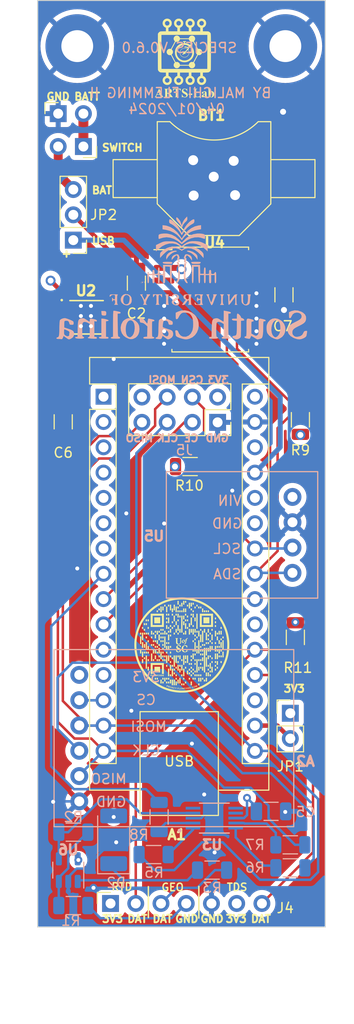
<source format=kicad_pcb>
(kicad_pcb (version 20221018) (generator pcbnew)
  (layers (0 "F.Cu" mixed "Single-GND-Front") (1 "In1.Cu" power "AGND Plane") (2 "In2.Cu" power "3V3 Power Plane") (31 "B.Cu" mixed "Single-GND-Back") (34 "B.Paste" user) (35 "F.Paste" user) (36 "B.SilkS" user "B.Silkscreen") (37 "F.SilkS" user "F.Silkscreen") (38 "B.Mask" user) (39 "F.Mask" user) (44 "Edge.Cuts" user))
  (net 0 "")
  (net 4 "GND")
  (net 8 "GEO_CS")
  (net 9 "CE")
  (net 10 "CSN")
  (net 11 "RTD")
  (net 12 "RTD_CS")
  (net 13 "SD_CS")
  (net 14 "MOSI")
  (net 15 "MISO")
  (net 16 "CLK")
  (net 17 "3V3")
  (net 18 "Net-(JP2-C)")
  (net 19 "EC_DATA")
  (net 23 "SDA")
  (net 24 "SCL")
  (net 28 "Net-(BT1-+)")
  (net 29 "BATT")
  (net 30 "Net-(D2-K)")
  (net 31 "GEOPHONE")
  (net 32 "GNDA")
  (net 33 "Net-(U3-AIN0)")
  (net 35 "Net-(U6--)")
  (net 37 "Net-(U3-SCLK)")
  (net 38 "Net-(U3-DIN)")
  (net 39 "Net-(U3-DOUT{slash}~{DRDY})")
  (net 40 "Net-(U3-~{CS})")
  (net 46 "Vtrig")
  (net 47 "Net-(A1-3V3)")
  (net 48 "+BATT")
  (net 50 "5V0")
  (footprint "Connector_PinSocket_2.54mm:PinSocket_2x04_P2.54mm_Vertical" (layer "F.Cu") (at 180.93 94.11 -90)
    (fp_text reference "J5" (at 2.79 3.35 -180) (layer "B.SilkS") (effects (justify mirror)))
    (fp_text value "Conn_02x04")
    (pad "1" thru_hole rect (at 0 0 270) (size 1.7 1.7) (drill 1) (layers "*.Cu" "*.Mask") (net 4 "GND"))
    (pad "2" thru_hole oval (at -2.54 0 270) (size 1.7 1.7) (drill 1) (layers "*.Cu" "*.Mask") (net 17 "3V3"))
    (pad "3" thru_hole oval (at 0 2.54 270) (size 1.7 1.7) (drill 1) (layers "*.Cu" "*.Mask") (net 9 "CE"))
    (pad "4" thru_hole oval (at -2.54 2.54 270) (size 1.7 1.7) (drill 1) (layers "*.Cu" "*.Mask") (net 10 "CSN"))
    (pad "5" thru_hole oval (at 0 5.08 270) (size 1.7 1.7) (drill 1) (layers "*.Cu" "*.Mask") (net 16 "CLK"))
    (pad "6" thru_hole oval (at -2.54 5.08 270) (size 1.7 1.7) (drill 1) (layers "*.Cu" "*.Mask") (net 14 "MOSI"))
    (pad "7" thru_hole oval (at 0 7.62 270) (size 1.7 1.7) (drill 1) (layers "*.Cu" "*.Mask") (net 15 "MISO"))
    (pad "8" thru_hole oval (at -2.54 7.62 270) (size 1.7 1.7) (drill 1) (layers "*.Cu" "*.Mask"))
  )
  (footprint "MountingHole:MountingHole_3.2mm_M3_Pad" (layer "F.Cu") (at 166.8 56.34)
    (fp_text reference "H1" hide)
    (fp_text value "MountingHole_Pad")
    (pad "1" thru_hole circle (at 0 0) (size 6.4 6.4) (drill 3.2) (layers "*.Cu" "*.Mask") (net 4 "GND"))
  )
  (footprint "Connector_PinSocket_2.54mm:PinSocket_1x07_P2.54mm_Horizontal" (layer "F.Cu") (at 170.15 142.412 90)
    (fp_text reference "J4" (at -0.462 17.59 180) (layer "F.SilkS"))
    (fp_text value "Conn_01x07_Female")
    (pad "1" thru_hole rect (at 0 0 90) (size 1.7 1.7) (drill 1) (layers "*.Cu" "*.Mask") (net 17 "3V3"))
    (pad "2" thru_hole oval (at 0 2.54 90) (size 1.7 1.7) (drill 1) (layers "*.Cu" "*.Mask") (net 11 "RTD"))
    (pad "3" thru_hole oval (at 0 5.08 90) (size 1.7 1.7) (drill 1) (layers "*.Cu" "*.Mask") (net 31 "GEOPHONE"))
    (pad "4" thru_hole oval (at 0 7.62 90) (size 1.7 1.7) (drill 1) (layers "*.Cu" "*.Mask") (net 32 "GNDA"))
    (pad "5" thru_hole oval (at 0 10.16 90) (size 1.7 1.7) (drill 1) (layers "*.Cu" "*.Mask") (net 4 "GND"))
    (pad "6" thru_hole oval (at 0 12.7 90) (size 1.7 1.7) (drill 1) (layers "*.Cu" "*.Mask") (net 17 "3V3"))
    (pad "7" thru_hole oval (at 0 15.24 90) (size 1.7 1.7) (drill 1) (layers "*.Cu" "*.Mask") (net 19 "EC_DATA"))
  )
  (footprint "Connector_PinSocket_2.54mm:PinSocket_1x02_P2.54mm_Horizontal" (layer "F.Cu") (at 164.88 63.118 90)
    (fp_text reference "J2" hide)
    (fp_text value "Conn_01x02" hide)
    (pad "1" thru_hole rect (at 0 0 90) (size 1.7 1.7) (drill 1) (layers "*.Cu" "*.Mask") (net 4 "GND"))
    (pad "2" thru_hole oval (at 0 2.54 90) (size 1.7 1.7) (drill 1) (layers "*.Cu" "*.Mask") (net 48 "+BATT"))
  )
  (footprint "Connector_PinHeader_2.54mm:PinHeader_1x02_P2.54mm_Vertical" (layer "F.Cu") (at 188.248 123.316)
    (fp_text reference "JP1" (at 0 5.334) (layer "F.SilkS"))
    (fp_text value "Jumper_2")
    (pad "1" thru_hole rect (at 0 0) (size 1.7 1.7) (drill 1) (layers "*.Cu" "*.Mask") (net 17 "3V3"))
    (pad "2" thru_hole oval (at 0 2.54) (size 1.7 1.7) (drill 1) (layers "*.Cu" "*.Mask") (net 47 "Net-(A1-3V3)"))
  )
  (footprint "kitest:battery_holder_10mm" (layer "F.Cu") (at 180.57 69.64)
    (fp_text reference "BT1" (at -0.254 -6.35 180) (layer "F.SilkS") (effects (font (thickness 0.25) bold)))
    (fp_text value "Battery_Cell")
    (pad "1" smd rect (at -8.255 0 270) (size 3.5 3.5) (layers "F.Cu" "F.Mask") (net 28 "Net-(BT1-+)"))
    (pad "1" smd rect (at 8.255 0 270) (size 3.5 3.5) (layers "F.Cu" "F.Mask") (net 28 "Net-(BT1-+)"))
    (pad "2" smd circle (at 0 0 270) (size 8 8) (layers "F.Cu" "F.Mask") (net 4 "GND"))
  )
  (footprint "kitest:ARTS_lab_logo" (layer "F.Cu") (at 177.58 57.53)
    (fp_text reference "G***" hide)
    (fp_text value "LOGO" hide)
  )
  (footprint "footprint:RH_8_1_ADI" (layer "F.Cu") (at 167.739 83.565)
    (fp_text reference "U2" (at -0.065 -2.667 unlocked) (layer "F.SilkS") (effects (font (thickness 0.25) bold)))
    (fp_text value "ADP124ARHZ-3.3-R7")
    (pad "1" smd rect (at -2.174999 -0.974999) (size 1.4112 0.4508) (layers "F.Cu" "F.Paste" "F.Mask") (net 17 "3V3"))
    (pad "2" smd rect (at -2.174999 -0.325001) (size 1.4112 0.4508) (layers "F.Cu" "F.Paste" "F.Mask") (net 17 "3V3"))
    (pad "3" smd rect (at -2.174999 0.325001) (size 1.4112 0.4508) (layers "F.Cu" "F.Paste" "F.Mask") (net 17 "3V3"))
    (pad "4" smd rect (at -2.174999 0.974999) (size 1.4112 0.4508) (layers "F.Cu" "F.Paste" "F.Mask") (net 4 "GND"))
    (pad "5" smd rect (at 2.174999 0.974999) (size 1.4112 0.4508) (layers "F.Cu" "F.Paste" "F.Mask") (net 18 "Net-(JP2-C)"))
    (pad "6" smd rect (at 2.174999 0.325001) (size 1.4112 0.4508) (layers "F.Cu" "F.Paste" "F.Mask"))
    (pad "7" smd rect (at 2.174999 -0.325001) (size 1.4112 0.4508) (layers "F.Cu" "F.Paste" "F.Mask") (net 18 "Net-(JP2-C)"))
    (pad "8" smd rect (at 2.174999 -0.974999) (size 1.4112 0.4508) (layers "F.Cu" "F.Paste" "F.Mask") (net 18 "Net-(JP2-C)"))
    (pad "EPAD" smd rect (at 0 0) (size 1.83 2.26) (layers "F.Cu" "F.Paste" "F.Mask") (net 4 "GND"))
  )
  (footprint "Resistor_SMD:R_1206_3216Metric" (layer "F.Cu") (at 189.264 93.852 90)
    (fp_text reference "R9" (at -3.048 0 180) (layer "F.SilkS"))
    (fp_text value "R_1kOhm")
    (pad "1" smd roundrect (at -1.4625 0 90) (size 1.125 1.75) (layers "F.Cu" "F.Paste" "F.Mask") (roundrect_rratio 0.222222) (net 17 "3V3"))
    (pad "2" smd roundrect (at 1.4625 0 90) (size 1.125 1.75) (layers "F.Cu" "F.Paste" "F.Mask") (roundrect_rratio 0.222222) (net 23 "SDA"))
  )
  (footprint "Connector_PinHeader_2.54mm:PinHeader_1x03_P2.54mm_Vertical" (layer "F.Cu") (at 166.404 75.818 180)
    (fp_text reference "JP2" (at -3.048 2.54) (layer "F.SilkS"))
    (fp_text value "Jumper_3")
    (pad "1" thru_hole rect (at 0 0 180) (size 1.7 1.7) (drill 1) (layers "*.Cu" "*.Mask") (net 50 "5V0"))
    (pad "2" thru_hole oval (at 0 2.54 180) (size 1.7 1.7) (drill 1) (layers "*.Cu" "*.Mask") (net 18 "Net-(JP2-C)"))
    (pad "3" thru_hole oval (at 0 5.08 180) (size 1.7 1.7) (drill 1) (layers "*.Cu" "*.Mask") (net 29 "BATT"))
  )
  (footprint "Capacitor_SMD:C_1206_3216Metric" (layer "F.Cu") (at 165.388 94.057 -90)
    (fp_text reference "C6" (at 3.097 0) (layer "F.SilkS"))
    (fp_text value "C_1uF")
    (pad "1" smd roundrect (at -1.475 0 270) (size 1.15 1.8) (layers "F.Cu" "F.Paste" "F.Mask") (roundrect_rratio 0.217391) (net 17 "3V3"))
    (pad "2" smd roundrect (at 1.475 0 270) (size 1.15 1.8) (layers "F.Cu" "F.Paste" "F.Mask") (roundrect_rratio 0.217391) (net 4 "GND"))
  )
  (footprint "Resistor_SMD:R_1206_3216Metric" (layer "F.Cu") (at 188.756 115.696 90)
    (fp_text reference "R11" (at -3.048 0.254) (layer "F.SilkS"))
    (fp_text value "R_10K")
    (pad "1" smd roundrect (at -1.4625 0 90) (size 1.125 1.75) (layers "F.Cu" "F.Paste" "F.Mask") (roundrect_rratio 0.222222) (net 11 "RTD"))
    (pad "2" smd roundrect (at 1.4625 0 90) (size 1.125 1.75) (layers "F.Cu" "F.Paste" "F.Mask") (roundrect_rratio 0.222222) (net 32 "GNDA"))
  )
  (footprint "Module:Arduino_Nano" (layer "F.Cu") (at 169.445 91.535)
    (fp_text reference "A1" (at 7.373 43.973) (layer "F.SilkS") (effects (font (thickness 0.25) bold)))
    (fp_text value "Arduino Nano")
    (fp_text user "USB" (at 7.62 36.607 unlocked) (layer "F.SilkS"))
    (pad "1" thru_hole rect (at 0 0) (size 1.6 1.6) (drill 1) (layers "*.Cu" "*.Mask"))
    (pad "2" thru_hole oval (at 0 2.54) (size 1.6 1.6) (drill 1) (layers "*.Cu" "*.Mask"))
    (pad "3" thru_hole oval (at 0 5.08) (size 1.6 1.6) (drill 1) (layers "*.Cu" "*.Mask"))
    (pad "4" thru_hole oval (at 0 7.62) (size 1.6 1.6) (drill 1) (layers "*.Cu" "*.Mask") (net 32 "GNDA"))
    (pad "5" thru_hole oval (at 0 10.16) (size 1.6 1.6) (drill 1) (layers "*.Cu" "*.Mask"))
    (pad "6" thru_hole oval (at 0 12.7) (size 1.6 1.6) (drill 1) (layers "*.Cu" "*.Mask"))
    (pad "7" thru_hole oval (at 0 15.24) (size 1.6 1.6) (drill 1) (layers "*.Cu" "*.Mask"))
    (pad "8" thru_hole oval (at 0 17.78) (size 1.6 1.6) (drill 1) (layers "*.Cu" "*.Mask") (net 8 "GEO_CS"))
    (pad "9" thru_hole oval (at 0 20.32) (size 1.6 1.6) (drill 1) (layers "*.Cu" "*.Mask") (net 9 "CE"))
    (pad "10" thru_hole oval (at 0 22.86) (size 1.6 1.6) (drill 1) (layers "*.Cu" "*.Mask") (net 10 "CSN"))
    (pad "11" thru_hole oval (at 0 25.4) (size 1.6 1.6) (drill 1) (layers "*.Cu" "*.Mask") (net 46 "Vtrig"))
    (pad "12" thru_hole oval (at 0 27.94) (size 1.6 1.6) (drill 1) (layers "*.Cu" "*.Mask") (net 12 "RTD_CS"))
    (pad "13" thru_hole oval (at 0 30.48) (size 1.6 1.6) (drill 1) (layers "*.Cu" "*.Mask") (net 13 "SD_CS"))
    (pad "14" thru_hole oval (at 0 33.02) (size 1.6 1.6) (drill 1) (layers "*.Cu" "*.Mask") (net 14 "MOSI"))
    (pad "15" thru_hole oval (at 0 35.56) (size 1.6 1.6) (drill 1) (layers "*.Cu" "*.Mask") (net 15 "MISO"))
    (pad "16" thru_hole oval (at 15.24 35.56) (size 1.6 1.6) (drill 1) (layers "*.Cu" "*.Mask") (net 16 "CLK"))
    (pad "17" thru_hole oval (at 15.24 33.02) (size 1.6 1.6) (drill 1) (layers "*.Cu" "*.Mask") (net 47 "Net-(A1-3V3)"))
    (pad "18" thru_hole oval (at 15.24 30.48) (size 1.6 1.6) (drill 1) (layers "*.Cu" "*.Mask") (net 17 "3V3"))
    (pad "19" thru_hole oval (at 15.24 27.94) (size 1.6 1.6) (drill 1) (layers "*.Cu" "*.Mask") (net 19 "EC_DATA"))
    (pad "20" thru_hole oval (at 15.24 25.4) (size 1.6 1.6) (drill 1) (layers "*.Cu" "*.Mask") (net 11 "RTD"))
    (pad "21" thru_hole oval (at 15.24 22.86) (size 1.6 1.6) (drill 1) (layers "*.Cu" "*.Mask"))
    (pad "22" thru_hole oval (at 15.24 20.32) (size 1.6 1.6) (drill 1) (layers "*.Cu" "*.Mask"))
    (pad "23" thru_hole oval (at 15.24 17.78) (size 1.6 1.6) (drill 1) (layers "*.Cu" "*.Mask") (net 23 "SDA"))
    (pad "24" thru_hole oval (at 15.24 15.24) (size 1.6 1.6) (drill 1) (layers "*.Cu" "*.Mask") (net 24 "SCL"))
    (pad "25" thru_hole oval (at 15.24 12.7) (size 1.6 1.6) (drill 1) (layers "*.Cu" "*.Mask"))
    (pad "26" thru_hole oval (at 15.24 10.16) (size 1.6 1.6) (drill 1) (layers "*.Cu" "*.Mask"))
    (pad "27" thru_hole oval (at 15.24 7.62) (size 1.6 1.6) (drill 1) (layers "*.Cu" "*.Mask") (net 50 "5V0"))
    (pad "28" thru_hole oval (at 15.24 5.08) (size 1.6 1.6) (drill 1) (layers "*.Cu" "*.Mask"))
    (pad "29" thru_hole oval (at 15.24 2.54) (size 1.6 1.6) (drill 1) (layers "*.Cu" "*.Mask") (net 4 "GND"))
    (pad "30" thru_hole oval (at 15.24 0) (size 1.6 1.6) (drill 1) (layers "*.Cu" "*.Mask"))
  )
  (footprint "Capacitor_SMD:C_1206_3216Metric" (layer "F.Cu") (at 172.754 80.136 90)
    (fp_text reference "C2" (at -3.048 0 180) (layer "F.SilkS"))
    (fp_text value "C_1uF")
    (pad "1" smd roundrect (at -1.475 0 90) (size 1.15 1.8) (layers "F.Cu" "F.Paste" "F.Mask") (roundrect_rratio 0.217391) (net 18 "Net-(JP2-C)"))
    (pad "2" smd roundrect (at 1.475 0 90) (size 1.15 1.8) (layers "F.Cu" "F.Paste" "F.Mask") (roundrect_rratio 0.217391) (net 4 "GND"))
  )
  (footprint "Package_SO:SOIC-16W_7.5x10.3mm_P1.27mm" (layer "F.Cu") (at 180.19 81.78)
    (fp_text reference "U4" (at 0.438 -5.708) (layer "F.SilkS") (effects (font (thickness 0.25) bold)))
    (fp_text value "DS3231M")
    (pad "1" smd roundrect (at -4.65 -4.445) (size 2.05 0.6) (layers "F.Cu" "F.Paste" "F.Mask"))
    (pad "2" smd roundrect (at -4.65 -3.175) (size 2.05 0.6) (layers "F.Cu" "F.Paste" "F.Mask") (net 17 "3V3"))
    (pad "3" smd roundrect (at -4.65 -1.905) (size 2.05 0.6) (layers "F.Cu" "F.Paste" "F.Mask"))
    (pad "4" smd roundrect (at -4.65 -0.635) (size 2.05 0.6) (layers "F.Cu" "F.Paste" "F.Mask"))
    (pad "5" smd roundrect (at -4.65 0.635) (size 2.05 0.6) (layers "F.Cu" "F.Paste" "F.Mask") (net 4 "GND"))
    (pad "6" smd roundrect (at -4.65 1.905) (size 2.05 0.6) (layers "F.Cu" "F.Paste" "F.Mask") (net 4 "GND"))
    (pad "7" smd roundrect (at -4.65 3.175) (size 2.05 0.6) (layers "F.Cu" "F.Paste" "F.Mask") (net 4 "GND"))
    (pad "8" smd roundrect (at -4.65 4.445) (size 2.05 0.6) (layers "F.Cu" "F.Paste" "F.Mask") (net 4 "GND"))
    (pad "9" smd roundrect (at 4.65 4.445) (size 2.05 0.6) (layers "F.Cu" "F.Paste" "F.Mask") (net 4 "GND"))
    (pad "10" smd roundrect (at 4.65 3.175) (size 2.05 0.6) (layers "F.Cu" "F.Paste" "F.Mask") (net 4 "GND"))
    (pad "11" smd roundrect (at 4.65 1.905) (size 2.05 0.6) (layers "F.Cu" "F.Paste" "F.Mask") (net 4 "GND"))
    (pad "12" smd roundrect (at 4.65 0.635) (size 2.05 0.6) (layers "F.Cu" "F.Paste" "F.Mask") (net 4 "GND"))
    (pad "13" smd roundrect (at 4.65 -0.635) (size 2.05 0.6) (layers "F.Cu" "F.Paste" "F.Mask") (net 4 "GND"))
    (pad "14" smd roundrect (at 4.65 -1.905) (size 2.05 0.6) (layers "F.Cu" "F.Paste" "F.Mask") (net 28 "Net-(BT1-+)"))
    (pad "15" smd roundrect (at 4.65 -3.175) (size 2.05 0.6) (layers "F.Cu" "F.Paste" "F.Mask") (net 23 "SDA"))
    (pad "16" smd roundrect (at 4.65 -4.445) (size 2.05 0.6) (layers "F.Cu" "F.Paste" "F.Mask") (net 24 "SCL"))
  )
  (footprint "Connector_PinSocket_2.54mm:PinSocket_1x02_P2.54mm_Horizontal" (layer "F.Cu") (at 167.42 66.42 -90)
    (fp_text reference "J3" hide)
    (fp_text value "Conn_01x02")
    (pad "1" thru_hole rect (at 0 0 270) (size 1.7 1.7) (drill 1) (layers "*.Cu" "*.Mask") (net 48 "+BATT"))
    (pad "2" thru_hole oval (at 0 2.54 270) (size 1.7 1.7) (drill 1) (layers "*.Cu" "*.Mask") (net 29 "BATT"))
  )
  (footprint "MountingHole:MountingHole_3.2mm_M3_Pad" (layer "F.Cu") (at 187.75 56.34)
    (fp_text reference "H2" hide)
    (fp_text value "MountingHole_Pad")
    (pad "1" thru_hole circle (at 0 0) (size 6.4 6.4) (drill 3.2) (layers "*.Cu" "*.Mask") (net 4 "GND"))
  )
  (footprint "Capacitor_SMD:C_1206_3216Metric" (layer "F.Cu") (at 187.61 81.306 90)
    (fp_text reference "C7" (at -3.148 -0.124 180) (layer "F.SilkS"))
    (fp_text value "C_0.1uF")
    (pad "1" smd roundrect (at -1.475 0 90) (size 1.15 1.8) (layers "F.Cu" "F.Paste" "F.Mask") (roundrect_rratio 0.217391) (net 4 "GND"))
    (pad "2" smd roundrect (at 1.475 0 90) (size 1.15 1.8) (layers "F.Cu" "F.Paste" "F.Mask") (roundrect_rratio 0.217391) (net 28 "Net-(BT1-+)"))
  )
  (footprint "Resistor_SMD:R_1206_3216Metric" (layer "F.Cu") (at 178.16 98.55)
    (fp_text reference "R10" (at -0.072 1.906) (layer "F.SilkS"))
    (fp_text value "R_1kOhm")
    (pad "1" smd roundrect (at -1.4625 0) (size 1.125 1.75) (layers "F.Cu" "F.Paste" "F.Mask") (roundrect_rratio 0.222222) (net 17 "3V3"))
    (pad "2" smd roundrect (at 1.4625 0) (size 1.125 1.75) (layers "F.Cu" "F.Paste" "F.Mask") (roundrect_rratio 0.222222) (net 24 "SCL"))
  )
  (footprint "kitest:uofsc_logo_1in" (layer "B.Cu") (at 177.326 79.628 180)
    (fp_text reference "G***" hide)
    (fp_text value "LOGO" hide)
  )
  (footprint "kitest:qrCode" (layer "B.Cu") (at 177.326 116.458 180)
    (fp_text reference "G***" hide)
    (fp_text value "LOGO" hide)
  )
  (footprint "kitest:SD Module" (layer "B.Cu") (at 178.435 135.972 180)
    (fp_text reference "A2" (at -11.337 7.83) (layer "B.SilkS") (effects (font (thickness 0.25) bold) (justify mirror)))
    (fp_text value "SD_Card_Module")
    (fp_text user "3V3" (at 4.699 16.288) (layer "B.SilkS") (effects (justify mirror)))
    (fp_text user "CLK" (at 4.699 8.922) (layer "B.SilkS") (effects (justify mirror)))
    (fp_text user "MOSI" (at 4.445 11.303) (layer "B.SilkS") (effects (justify mirror)))
    (fp_text user "CS" (at 4.699 14.002) (layer "B.SilkS") (effects (justify mirror)))
    (fp_text user "MISO" (at 8.475 6.052) (layer "B.SilkS") (effects (justify mirror)))
    (fp_text user "GND" (at 8.221 3.766) (layer "B.SilkS") (effects (justify mirror)))
    (pad "1" thru_hole circle (at 11.43 16.51 180) (size 1.8 1.8) (drill 1) (layers "*.Cu" "*.Mask") (net 17 "3V3"))
    (pad "2" thru_hole circle (at 11.43 13.97 180) (size 1.8 1.8) (drill 1) (layers "*.Cu" "*.Mask") (net 13 "SD_CS"))
    (pad "3" thru_hole circle (at 11.43 11.43 180) (size 1.8 1.8) (drill 1) (layers "*.Cu" "*.Mask") (net 14 "MOSI"))
    (pad "4" thru_hole circle (at 11.43 8.89 180) (size 1.8 1.8) (drill 1) (layers "*.Cu" "*.Mask") (net 16 "CLK"))
    (pad "5" thru_hole circle (at 11.43 6.35 180) (size 1.8 1.8) (drill 1) (layers "*.Cu" "*.Mask") (net 15 "MISO"))
    (pad "6" thru_hole circle (at 11.43 3.81 180) (size 1.8 1.8) (drill 1) (layers "*.Cu" "*.Mask") (net 4 "GND"))
  )
  (footprint "Resistor_SMD:R_1206_3216Metric" (layer "B.Cu") (at 166.404 135.254)
    (fp_text reference "R2" (at 0 -1.524) (layer "B.SilkS") (effects (justify mirror)))
    (fp_text value "R_32k")
    (pad "1" smd roundrect (at -1.4625 0) (size 1.125 1.75) (layers "B.Cu" "B.Paste" "B.Mask") (roundrect_rratio 0.222222) (net 33 "Net-(U3-AIN0)"))
    (pad "2" smd roundrect (at 1.4625 0) (size 1.125 1.75) (layers "B.Cu" "B.Paste" "B.Mask") (roundrect_rratio 0.222222) (net 35 "Net-(U6--)"))
  )
  (footprint "Resistor_SMD:R_1206_3216Metric" (layer "B.Cu") (at 174.4875 137.5025)
    (fp_text reference "R5" (at 0.0445 1.8155) (layer "B.SilkS") (effects (justify mirror)))
    (fp_text value "R_50")
    (pad "1" smd roundrect (at -1.4625 0) (size 1.125 1.75) (layers "B.Cu" "B.Paste" "B.Mask") (roundrect_rratio 0.222222) (net 16 "CLK"))
    (pad "2" smd roundrect (at 1.4625 0) (size 1.125 1.75) (layers "B.Cu" "B.Paste" "B.Mask") (roundrect_rratio 0.222222) (net 37 "Net-(U3-SCLK)"))
  )
  (footprint "kitest:ADS1118_10VSSOP" (layer "B.Cu") (at 180.6 133.8425)
    (fp_text reference "U3" (at -0.226 2.6815) (layer "B.SilkS") (effects (font (thickness 0.25) bold) (justify mirror)))
    (fp_text value "ADS1118IDGS")
    (pad "1" smd roundrect (at -2.15 1) (size 1.47 0.28) (layers "B.Cu" "B.Paste" "B.Mask") (roundrect_rratio 0.04) (net 37 "Net-(U3-SCLK)"))
    (pad "2" smd roundrect (at -2.15 0.5) (size 1.47 0.28) (layers "B.Cu" "B.Paste" "B.Mask") (roundrect_rratio 0.04) (net 40 "Net-(U3-~{CS})"))
    (pad "3" smd roundrect (at -2.15 0) (size 1.47 0.28) (layers "B.Cu" "B.Paste" "B.Mask") (roundrect_rratio 0.04) (net 4 "GND"))
    (pad "4" smd roundrect (at -2.15 -0.5) (size 1.47 0.28) (layers "B.Cu" "B.Paste" "B.Mask") (roundrect_rratio 0.04) (net 33 "Net-(U3-AIN0)"))
    (pad "5" smd roundrect (at -2.15 -1) (size 1.47 0.28) (layers "B.Cu" "B.Paste" "B.Mask") (roundrect_rratio 0.04))
    (pad "6" smd roundrect (at 2.15 -1) (size 1.47 0.28) (layers "B.Cu" "B.Paste" "B.Mask") (roundrect_rratio 0.04))
    (pad "7" smd roundrect (at 2.15 -0.5) (size 1.47 0.28) (layers "B.Cu" "B.Paste" "B.Mask") (roundrect_rratio 0.04))
    (pad "8" smd roundrect (at 2.15 0) (size 1.47 0.28) (layers "B.Cu" "B.Paste" "B.Mask") (roundrect_rratio 0.04) (net 17 "3V3"))
    (pad "9" smd roundrect (at 2.15 0.5) (size 1.47 0.28) (layers "B.Cu" "B.Paste" "B.Mask") (roundrect_rratio 0.04) (net 39 "Net-(U3-DOUT{slash}~{DRDY})"))
    (pad "10" smd roundrect (at 2.15 1) (size 1.47 0.28) (layers "B.Cu" "B.Paste" "B.Mask") (roundrect_rratio 0.04) (net 38 "Net-(U3-DIN)"))
  )
  (footprint "Package_TO_SOT_SMD:SOT-23-5" (layer "B.Cu") (at 165.896 139.064 90)
    (fp_text reference "U6" (at 2.032 0 180) (layer "B.SilkS") (effects (font (thickness 0.25) bold) (justify mirror)))
    (fp_text value "LM321")
    (pad "1" smd roundrect (at -1.1375 0.95 90) (size 1.325 0.6) (layers "B.Cu" "B.Paste" "B.Mask") (net 30 "Net-(D2-K)"))
    (pad "2" smd roundrect (at -1.1375 0 90) (size 1.325 0.6) (layers "B.Cu" "B.Paste" "B.Mask") (net 4 "GND"))
    (pad "3" smd roundrect (at -1.1375 -0.95 90) (size 1.325 0.6) (layers "B.Cu" "B.Paste" "B.Mask") (net 35 "Net-(U6--)"))
    (pad "4" smd roundrect (at 1.1375 -0.95 90) (size 1.325 0.6) (layers "B.Cu" "B.Paste" "B.Mask") (net 33 "Net-(U3-AIN0)"))
    (pad "5" smd roundrect (at 1.1375 0.95 90) (size 1.325 0.6) (layers "B.Cu" "B.Paste" "B.Mask") (net 17 "3V3"))
  )
  (footprint "kitest:BME260" (layer "B.Cu") (at 183.388 105.41)
    (fp_text reference "U5" (at -8.856 0.126 180) (layer "B.SilkS") (effects (font (thickness 0.25) bold) (justify mirror)))
    (fp_text value "BME260")
    (fp_text user "VIN" (at -1.236 -3.43 180) (layer "B.SilkS") (effects (justify mirror)))
    (fp_text user "GND" (at -1.49 -1.144 180) (layer "B.SilkS") (effects (justify mirror)))
    (fp_text user "SDA" (at -1.49 3.936 180) (layer "B.SilkS") (effects (justify mirror)))
    (fp_text user "SCL" (at -1.49 1.396 180) (layer "B.SilkS") (effects (justify mirror)))
    (pad "10" thru_hole circle (at 5.08 -1.27) (size 1.8 1.8) (drill 1) (layers "*.Cu" "*.Mask") (net 4 "GND"))
    (pad "11" thru_hole circle (at 5.08 1.27) (size 1.8 1.8) (drill 1) (layers "*.Cu" "*.Mask") (net 24 "SCL"))
    (pad "12" thru_hole circle (at 5.08 3.81) (size 1.8 1.8) (drill 1) (layers "*.Cu" "*.Mask") (net 23 "SDA"))
    (pad "13" thru_hole circle (at 5.08 -3.81) (size 1.8 1.8) (drill 1) (layers "*.Cu" "*.Mask") (net 17 "3V3"))
  )
  (footprint "Resistor_SMD:R_1206_3216Metric" (layer "B.Cu") (at 180.374 139.064 180)
    (fp_text reference "R3" (at 0 -1.778) (layer "B.SilkS") (effects (justify mirror)))
    (fp_text value "R_100")
    (pad "1" smd roundrect (at -1.4625 0 180) (size 1.125 1.75) (layers "B.Cu" "B.Paste" "B.Mask") (roundrect_rratio 0.222222) (net 31 "GEOPHONE"))
    (pad "2" smd roundrect (at 1.4625 0 180) (size 1.125 1.75) (layers "B.Cu" "B.Paste" "B.Mask") (roundrect_rratio 0.222222) (net 30 "Net-(D2-K)"))
  )
  (footprint "Capacitor_SMD:C_1206_3216Metric" (layer "B.Cu") (at 186.31 133.1625)
    (fp_text reference "C5" (at 3.462 0.0595) (layer "B.SilkS") (effects (justify mirror)))
    (fp_text value "C_0.1uF")
    (pad "1" smd roundrect (at -1.475 0) (size 1.15 1.8) (layers "B.Cu" "B.Paste" "B.Mask") (roundrect_rratio 0.217391) (net 17 "3V3"))
    (pad "2" smd roundrect (at 1.475 0) (size 1.15 1.8) (layers "B.Cu" "B.Paste" "B.Mask") (roundrect_rratio 0.217391) (net 4 "GND"))
  )
  (footprint "Resistor_SMD:R_1206_3216Metric" (layer "B.Cu") (at 175.04 133.73 -90)
    (fp_text reference "R8" (at 1.778 2.032) (layer "B.SilkS") (effects (justify mirror)))
    (fp_text value "R_50")
    (pad "1" smd roundrect (at -1.4625 0 270) (size 1.125 1.75) (layers "B.Cu" "B.Paste" "B.Mask") (roundrect_rratio 0.222222) (net 8 "GEO_CS"))
    (pad "2" smd roundrect (at 1.4625 0 270) (size 1.125 1.75) (layers "B.Cu" "B.Paste" "B.Mask") (roundrect_rratio 0.222222) (net 40 "Net-(U3-~{CS})"))
  )
  (footprint "Resistor_SMD:R_1206_3216Metric" (layer "B.Cu") (at 188.258 138.834 180)
    (fp_text reference "R6" (at 3.566 0.024) (layer "B.SilkS") (effects (justify mirror)))
    (fp_text value "R_50")
    (pad "1" smd roundrect (at -1.4625 0 180) (size 1.125 1.75) (layers "B.Cu" "B.Paste" "B.Mask") (roundrect_rratio 0.222222) (net 14 "MOSI"))
    (pad "2" smd roundrect (at 1.4625 0 180) (size 1.125 1.75) (layers "B.Cu" "B.Paste" "B.Mask") (roundrect_rratio 0.222222) (net 38 "Net-(U3-DIN)"))
  )
  (footprint "Diode_SMD:D_MELF" (layer "B.Cu") (at 170.468 136.016 90)
    (fp_text reference "D2" (at -4.318 0.254 180) (layer "B.SilkS") (effects (justify mirror)))
    (fp_text value "SMZ1_770mV")
    (pad "1" smd roundrect (at -2.4 0 90) (size 1.5 2.7) (layers "B.Cu" "B.Paste" "B.Mask") (roundrect_rratio 0.1666666667) (net 30 "Net-(D2-K)"))
    (pad "2" smd roundrect (at 2.4 0 90) (size 1.5 2.7) (layers "B.Cu" "B.Paste" "B.Mask") (roundrect_rratio 0.1666666667) (net 32 "GNDA"))
  )
  (footprint "Resistor_SMD:R_1206_3216Metric" (layer "B.Cu") (at 166.404 142.62)
    (fp_text reference "R1" (at -0.254 1.524 180) (layer "B.SilkS") (effects (justify mirror)))
    (fp_text value "R_7.5K")
    (pad "1" smd roundrect (at -1.4625 0) (size 1.125 1.75) (layers "B.Cu" "B.Paste" "B.Mask") (roundrect_rratio 0.222222) (net 35 "Net-(U6--)"))
    (pad "2" smd roundrect (at 1.4625 0) (size 1.125 1.75) (layers "B.Cu" "B.Paste" "B.Mask") (roundrect_rratio 0.222222) (net 32 "GNDA"))
  )
  (footprint "Resistor_SMD:R_1206_3216Metric" (layer "B.Cu") (at 188.248 136.524 180)
    (fp_text reference "R7" (at 3.556 0) (layer "B.SilkS") (effects (justify mirror)))
    (fp_text value "R_50")
    (pad "1" smd roundrect (at -1.4625 0 180) (size 1.125 1.75) (layers "B.Cu" "B.Paste" "B.Mask") (roundrect_rratio 0.222222) (net 15 "MISO"))
    (pad "2" smd roundrect (at 1.4625 0 180) (size 1.125 1.75) (layers "B.Cu" "B.Paste" "B.Mask") (roundrect_rratio 0.222222) (net 39 "Net-(U3-DOUT{slash}~{DRDY})"))
  )
  (gr_line (start 179.04 143.872) (end 179.04 140.7) (stroke (width 0.15)) (layer "F.SilkS"))
  (gr_line (start 173.96 143.83) (end 173.96 140.72) (stroke (width 0.15)) (layer "F.SilkS"))
  (gr_rect (start 162.814 51.76) (end 191.77 144.78) (stroke (width 0.1)) (fill none) (layer "Edge.Cuts"))
  (gr_text "MOSI" (at 176.818 90.296) (layer "B.SilkS") (effects (font (size 0.75 0.75) (thickness 0.1875) bold) (justify left bottom mirror)))
  (gr_text "CSN" (at 179.612 90.296) (layer "B.SilkS") (effects (font (size 0.75 0.75) (thickness 0.1875) bold) (justify left bottom mirror)))
  (gr_text "CE" (at 179.104 96.138) (layer "B.SilkS") (effects (font (size 0.75 0.75) (thickness 0.1875) bold) (justify left bottom mirror)))
  (gr_text "BY MALICHI FLEMMING II \n04/01/2024" (at 176.818 61.848) (layer "B.SilkS") (effects (font (size 1 1)) (justify mirror)))
  (gr_text "3V3" (at 182.152 90.296) (layer "B.SilkS") (effects (font (size 0.75 0.75) (thickness 0.1875) bold) (justify left bottom mirror)))
  (gr_text "MISO" (at 174.532 96.138) (layer "B.SilkS") (effects (font (size 0.75 0.75) (thickness 0.1875) bold) (justify left bottom mirror)))
  (gr_text "SPECIES V0.6.0" (at 177.072 56.514) (layer "B.SilkS") (effects (font (size 1 1)) (justify mirror)))
  (gr_text "GND" (at 182.152 96.138) (layer "B.SilkS") (effects (font (size 0.75 0.75) (thickness 0.1875) bold) (justify left bottom mirror)))
  (gr_text "CLK" (at 177.072 96.138) (layer "B.SilkS") (effects (font (size 0.75 0.75) (thickness 0.1875) bold) (justify left bottom mirror)))
  (gr_text "GND" (at 163.61 61.848) (layer "F.SilkS") (effects (font (size 0.75 0.75) (thickness 0.1875) bold) (justify left bottom)))
  (gr_text "DAT" (at 184.184 144.398) (layer "F.SilkS") (effects (font (size 0.75 0.75) (thickness 0.1875) bold) (justify left bottom)))
  (gr_text "3V3" (at 181.644 144.398) (layer "F.SilkS") (effects (font (size 0.75 0.75) (thickness 0.1875) bold) (justify left bottom)))
  (gr_text "DAT" (at 174.278 144.398) (layer "F.SilkS") (effects (font (size 0.75 0.75) (thickness 0.1875) bold) (justify left bottom)))
  (gr_text "BATT" (at 166.404 61.848) (layer "F.SilkS") (effects (font (size 0.75 0.75) (thickness 0.1875) bold) (justify left bottom)))
  (gr_text "BAT" (at 168.182 71.246) (layer "F.SilkS") (effects (font (size 0.75 0.75) (thickness 0.1875) bold) (justify left bottom)))
  (gr_text "RTD" (at 171.29 140.74) (layer "F.SilkS") (effects (font (size 0.75 0.75))))
  (gr_text "GEO" (at 176.4 140.79) (layer "F.SilkS") (effects (font (size 0.75 0.75))))
  (gr_text "+" (at 165.134 77.596) (layer "F.SilkS") (effects (font (size 0.75 0.75) (thickness 0.1875) bold) (justify left bottom)))
  (gr_text "DAT" (at 171.738 144.398) (layer "F.SilkS") (effects (font (size 0.75 0.75) (thickness 0.1875) bold) (justify left bottom)))
  (gr_text "3V3" (at 187.486 121.284) (layer "F.SilkS") (effects (font (size 0.75 0.75) (thickness 0.1875) bold) (justify left bottom)))
  (gr_text "3V3" (at 169.198 144.398) (layer "F.SilkS") (effects (font (size 0.75 0.75) (thickness 0.1875) bold) (justify left bottom)))
  (gr_text "GND" (at 176.564 144.398) (layer "F.SilkS") (effects (font (size 0.75 0.75) (thickness 0.1875) bold) (justify left bottom)))
  (gr_text "SWITCH" (at 169.198 66.975) (layer "F.SilkS") (effects (font (size 0.75 0.75) (thickness 0.1875) bold) (justify left bottom)))
  (gr_text "GND" (at 179.104 144.398) (layer "F.SilkS") (effects (font (size 0.75 0.75) (thickness 0.1875) bold) (justify left bottom)))
  (gr_text "USB" (at 168.182 76.326) (layer "F.SilkS") (effects (font (size 0.75 0.75) (thickness 0.1875) bold) (justify left bottom)))
  (gr_text "TDS" (at 182.89 140.78) (layer "F.SilkS") (effects (font (size 0.75 0.75))))
  (segment (start 175.54 82.415) (end 175.54 86.225) (width 0.25) (layer "F.Cu") (net 4))
  (segment (start 184.84 81.145) (end 184.84 86.225) (width 0.25) (layer "F.Cu") (net 4))
  (segment (start 170.468 87.756) (end 167.739 85.027) (width 0.25) (layer "F.Cu") (net 4))
  (segment (start 167.739 85.027) (end 167.739 83.565) (width 0.25) (layer "F.Cu") (net 4))
  (via (at 184.84 83.692) (size 0.7) (drill 0.4) (layers "F.Cu" "B.Cu") (net 4))
  (via (at 180.628 137.286) (size 0.8) (drill 0.4) (layers "F.Cu" "B.Cu") (net 4))
  (via (at 164.372 132.206) (size 0.8) (drill 0.4) (layers "F.Cu" "B.Cu") (net 4))
  (via (at 182.69 71.3) (size 1.4) (drill 1) (layers "F.Cu" "B.Cu") (net 4))
  (via (at 178.52 71.34) (size 1.4) (drill 1) (layers "F.Cu" "B.Cu") (net 4))
  (via (at 168.182 83.438) (size 0.7) (drill 0.4) (layers "F.Cu" "B.Cu") (net 4))
  (via (at 178.47 67.79) (size 1.4) (drill 1) (layers "F.Cu" "B.Cu") (net 4))
  (via (at 171.738 103.25) (size 0.8) (drill 0.4) (layers "F.Cu" "B.Cu") (net 4))
  (via (at 168.182 84.454) (size 0.7) (drill 0.4) (layers "F.Cu" "B.Cu") (net 4))
  (via (at 184.84 81.152) (size 0.7) (drill 0.4) (layers "F.Cu" "B.Cu") (net 4))
  (via (at 184.84 84.962) (size 0.7) (drill 0.4) (layers "F.Cu" "B.Cu") (net 4))
  (via (at 187.61 82.83) (size 1) (drill 0.6) (layers "F.Cu" "B.Cu") (net 4))
  (via (at 167.166 82.422) (size 0.7) (drill 0.4) (layers "F.Cu" "B.Cu") (net 4))
  (via (at 184.84 86.225) (size 0.7) (drill 0.4) (layers "F.Cu" "B.Cu") (net 4))
  (via (at 166.8 108.78) (size 0.8) (drill 0.4) (layers "F.Cu" "B.Cu") (net 4))
  (via (at 168.182 82.422) (size 0.7) (drill 0.4) (layers "F.Cu" "B.Cu") (net 4))
  (via (at 184.84 82.422) (size 0.7) (drill 0.4) (layers "F.Cu" "B.Cu") (net 4))
  (via (at 182.55 67.86) (size 1.4) (drill 1) (layers "F.Cu" "B.Cu") (net 4))
  (via (at 175.548 104.266) (size 0.8) (drill 0.4) (layers "F.Cu" "B.Cu") (net 4))
  (via (at 175.548 84.962) (size 0.7) (drill 0.4) (layers "F.Cu" "B.Cu") (net 4))
  (via (at 187.52 62.93) (size 1) (drill 0.6) (layers "F.Cu" "B.Cu") (net 4))
  (via (at 180.54 69.45) (size 1.4) (drill 1) (layers "F.Cu" "B.Cu") (net 4))
  (via (at 175.54 86.225) (size 0.7) (drill 0.4) (layers "F.Cu" "B.Cu") (net 4))
  (via (at 175.548 83.692) (size 0.7) (drill 0.4) (layers "F.Cu" "B.Cu") (net 4))
  (via (at 175.548 82.422) (size 0.7) (drill 0.4) (layers "F.Cu" "B.Cu") (net 4))
  (via (at 172.246 123.062) (size 0.8) (drill 0.4) (layers "F.Cu" "B.Cu") (net 4))
  (via (at 179.58 131.47) (size 0.8) (drill 0.4) (layers "F.Cu" "B.Cu") (net 4))
  (via (at 168.436 140.842) (size 0.8) (drill 0.4) (layers "F.Cu" "B.Cu") (net 4))
  (via (at 170.468 87.756) (size 0.8) (drill 0.4) (layers "F.Cu" "B.Cu") (net 4))
  (via (at 170.722 136.27) (size 0.8) (drill 0.4) (layers "F.Cu" "B.Cu") (net 4))
  (via (at 182.406 100.964) (size 0.8) (drill 0.4) (layers "F.Cu" "B.Cu") (net 4))
  (via (at 178.342 126.364) (size 0.8) (drill 0.4) (layers "F.Cu" "B.Cu") (net 4))
  (via (at 187.74 133.222) (size 0.8) (drill 0.4) (layers "F.Cu" "B.Cu") (net 4))
  (via (at 167.166 83.438) (size 0.7) (drill 0.4) (layers "F.Cu" "B.Cu") (net 4))
  (via (at 167.166 84.454) (size 0.7) (drill 0.4) (layers "F.Cu" "B.Cu") (net 4))
  (segment (start 170.722 136.27) (end 170.200827 136.27) (width 0.25) (layer "B.Cu") (net 4))
  (segment (start 170.200827 136.27) (end 167.556827 138.914) (width 0.25) (layer "B.Cu") (net 4))
  (segment (start 179.278059 133.8425) (end 179.58 133.540559) (width 0.25) (layer "B.Cu") (net 4))
  (segment (start 164.416 132.162) (end 167.005 132.162) (width 0.25) (layer "B.Cu") (net 4))
  (segment (start 179.58 133.540559) (end 179.58 131.47) (width 0.25) (layer "B.Cu") (net 4))
  (segment (start 164.372 132.206) (end 164.416 132.162) (width 0.25) (layer "B.Cu") (net 4))
  (segment (start 178.45 133.8425) (end 179.278059 133.8425) (width 0.25) (layer "B.Cu") (net 4))
  (segment (start 167.556827 138.914) (end 166.737 138.914) (width 0.25) (layer "B.Cu") (net 4))
  (segment (start 165.896 139.755) (end 165.896 140.2015) (width 0.25) (layer "B.Cu") (net 4))
  (segment (start 166.737 138.914) (end 165.896 139.755) (width 0.25) (layer "B.Cu") (net 4))
  (segment (start 166.467 130.937) (end 164.18 128.65) (width 0.25) (layer "B.Cu") (net 8))
  (segment (start 164.18 114.58) (end 169.445 109.315) (width 0.25) (layer "B.Cu") (net 8))
  (segment (start 164.18 128.65) (end 164.18 114.58) (width 0.25) (layer "B.Cu") (net 8))
  (segment (start 173.7095 130.937) (end 166.467 130.937) (width 0.25) (layer "B.Cu") (net 8))
  (segment (start 175.04 132.2675) (end 173.7095 130.937) (width 0.25) (layer "B.Cu") (net 8))
  (segment (start 177.576 94.11) (end 178.39 94.11) (width 0.25) (layer "F.Cu") (net 9))
  (segment (start 173.897 107.403) (end 173.897 97.789) (width 0.25) (layer "F.Cu") (net 9))
  (segment (start 173.897 97.789) (end 177.576 94.11) (width 0.25) (layer "F.Cu") (net 9))
  (segment (start 169.445 111.855) (end 173.897 107.403) (width 0.25) (layer "F.Cu") (net 9))
  (segment (start 178.14 105.7) (end 169.445 114.395) (width 0.25) (layer "F.Cu") (net 10))
  (segment (start 179.565 96.375) (end 178.14 97.8) (width 0.25) (layer "F.Cu") (net 10))
  (segment (start 178.39 91.57) (end 179.565 92.745) (width 0.25) (layer "F.Cu") (net 10))
  (segment (start 179.565 92.745) (end 179.565 96.375) (width 0.25) (layer "F.Cu") (net 10))
  (segment (start 178.14 97.8) (end 178.14 105.7) (width 0.25) (layer "F.Cu") (net 10))
  (segment (start 188.6635 116.935) (end 188.756 117.0275) (width 0.25) (layer "F.Cu") (net 11))
  (segment (start 172.69 142.412) (end 172.69 128.93) (width 0.25) (layer "F.Cu") (net 11))
  (segment (start 172.69 128.93) (end 184.685 116.935) (width 0.25) (layer "F.Cu") (net 11))
  (segment (start 184.685 116.935) (end 188.6635 116.935) (width 0.25) (layer "F.Cu") (net 11))
  (segment (start 167.018 122.015) (end 167.005 122.002) (width 0.25) (layer "B.Cu") (net 13))
  (segment (start 169.445 122.015) (end 167.018 122.015) (width 0.25) (layer "B.Cu") (net 13))
  (segment (start 171.341701 97.74) (end 174.64 94.441701) (width 0.25) (layer "F.Cu") (net 14))
  (segment (start 169.445 124.555) (end 167.825588 124.555) (width 0.25) (layer "F.Cu") (net 14))
  (segment (start 165.35 122.079412) (end 165.35 101.369009) (width 0.25) (layer "F.Cu") (net 14))
  (segment (start 174.64 94.441701) (end 174.64 92.78) (width 0.25) (layer "F.Cu") (net 14))
  (segment (start 168.979009 97.74) (end 171.341701 97.74) (width 0.25) (layer "F.Cu") (net 14))
  (segment (start 167.825588 124.555) (end 165.35 122.079412) (width 0.25) (layer "F.Cu") (net 14))
  (segment (start 174.64 92.78) (end 175.85 91.57) (width 0.25) (layer "F.Cu") (net 14))
  (segment (start 165.35 101.369009) (end 168.979009 97.74) (width 0.25) (layer "F.Cu") (net 14))
  (segment (start 178.652069 124.555) (end 169.445 124.555) (width 0.25) (layer "B.Cu") (net 14))
  (segment (start 183.427068 129.33) (end 178.652069 124.555) (width 0.25) (layer "B.Cu") (net 14))
  (segment (start 169.445 124.555) (end 167.018 124.555) (width 0.25) (layer "B.Cu") (net 14))
  (segment (start 167.018 124.555) (end 167.005 124.542) (width 0.25) (layer "B.Cu") (net 14))
  (segment (start 189.7205 138.834) (end 190.598 137.9565) (width 0.25) (layer "B.Cu") (net 14))
  (segment (start 190.598 137.9565) (end 190.598 133.63) (width 0.25) (layer "B.Cu") (net 14))
  (segment (start 186.298 129.33) (end 183.427068 129.33) (width 0.25) (layer "B.Cu") (net 14))
  (segment (start 190.598 133.63) (end 186.298 129.33) (width 0.25) (layer "B.Cu") (net 14))
  (segment (start 173.31 94.11) (end 171.93 95.49) (width 0.25) (layer "F.Cu") (net 15))
  (segment (start 171.93 95.49) (end 168.979009 95.49) (width 0.25) (layer "F.Cu") (net 15))
  (segment (start 164.85 99.619009) (end 164.85 124.186412) (width 0.25) (layer "F.Cu") (net 15))
  (segment (start 168.979009 95.49) (end 164.85 99.619009) (width 0.25) (layer "F.Cu") (net 15))
  (segment (start 164.85 124.186412) (end 166.520588 125.857) (width 0.25) (layer "F.Cu") (net 15))
  (segment (start 166.520588 125.857) (end 168.207 125.857) (width 0.25) (layer "F.Cu") (net 15))
  (segment (start 168.207 125.857) (end 169.445 127.095) (width 0.25) (layer "F.Cu") (net 15))
  (segment (start 184.250673 130.79) (end 181.57 130.79) (width 0.25) (layer "B.Cu") (net 15))
  (segment (start 189.7105 136.524) (end 188.7215 136.524) (width 0.25) (layer "B.Cu") (net 15))
  (segment (start 186.06 133.8625) (end 186.06 132.599327) (width 0.25) (layer "B.Cu") (net 15))
  (segment (start 169.445 127.095) (end 167.005 129.535) (width 0.25) (layer "B.Cu") (net 15))
  (segment (start 169.445 127.095) (end 177.875 127.095) (width 0.25) (layer "B.Cu") (net 15))
  (segment (start 181.57 130.79) (end 177.875 127.095) (width 0.25) (layer "B.Cu") (net 15))
  (segment (start 167.005 129.535) (end 167.005 129.622) (width 0.25) (layer "B.Cu") (net 15))
  (segment (start 186.06 132.599327) (end 184.250673 130.79) (width 0.25) (layer "B.Cu") (net 15))
  (segment (start 188.7215 136.524) (end 186.06 133.8625) (width 0.25) (layer "B.Cu") (net 15))
  (segment (start 164.82 124.897) (end 167.005 127.082) (width 0.25) (layer "B.Cu") (net 16))
  (segment (start 175.827 118.237) (end 166.313 118.237) (width 0.25) (layer "B.Cu") (net 16))
  (segment (start 164.82 119.73) (end 164.82 124.897) (width 0.25) (layer "B.Cu") (net 16))
  (segment (start 175.827 118.237) (end 172.754 115.164) (width 0.25) (layer "B.Cu") (net 16))
  (segment (start 179.358 136.27) (end 176.5655 139.0625) (width 0.25) (layer "B.Cu") (net 16))
  (segment (start 174.585 139.0625) (end 173.025 137.5025) (width 0.25) (layer "B.Cu") (net 16))
  (segment (start 172.754 115.164) (end 172.754 97.206) (width 0.25) (layer "B.Cu") (net 16))
  (segment (start 184.685 127.095) (end 186.216 127.095) (width 0.25) (layer "B.Cu") (net 16))
  (segment (start 191.048 139.257172) (end 190.271173 140.034) (width 0.25) (layer "B.Cu") (net 16))
  (segment (start 175.827 118.237) (end 184.685 127.095) (width 0.25) (layer "B.Cu") (net 16))
  (segment (start 176.5655 139.0625) (end 174.585 139.0625) (width 0.25) (layer "B.Cu") (net 16))
  (segment (start 181.436 136.27) (end 179.358 136.27) (width 0.25) (layer "B.Cu") (net 16))
  (segment (start 166.313 118.237) (end 164.82 119.73) (width 0.25) (layer "B.Cu") (net 16))
  (segment (start 190.271173 140.034) (end 185.2 140.034) (width 0.25) (layer "B.Cu") (net 16))
  (segment (start 172.754 97.206) (end 175.85 94.11) (width 0.25) (layer "B.Cu") (net 16))
  (segment (start 185.2 140.034) (end 181.436 136.27) (width 0.25) (layer "B.Cu") (net 16))
  (segment (start 186.216 127.095) (end 191.048 131.927) (width 0.25) (layer "B.Cu") (net 16))
  (segment (start 191.048 131.927) (end 191.048 139.257172) (width 0.25) (layer "B.Cu") (net 16))
  (segment (start 177.157 78.605) (end 177.292 78.74) (width 0.6) (layer "F.Cu") (net 17))
  (segment (start 164.433401 83.889599) (end 165.083001 83.239999) (width 0.45) (layer "F.Cu") (net 17))
  (segment (start 164.118 79.882) (end 165.564001 81.328001) (width 0.45) (layer "F.Cu") (net 17))
  (segment (start 164.433401 91.627401) (end 164.433401 83.889599) (width 0.45) (layer "F.Cu") (net 17))
  (segment (start 175.54 78.605) (end 177.157 78.605) (width 0.6) (layer "F.Cu") (net 17))
  (segment (start 165.388 92.582) (end 164.433401 91.627401) (width 0.45) (layer "F.Cu") (net 17))
  (segment (start 165.083001 83.239999) (end 165.564001 83.239999) (width 0.45) (layer "F.Cu") (net 17))
  (segment (start 165.564001 81.328001) (end 165.564001 83.890001) (width 0.45) (layer "F.Cu") (net 17))
  (via (at 166.912 138.048) (size 0.8) (drill 0.4) (layers "F.Cu" "B.Cu") (net 17))
  (via (at 164.118 79.882) (size 1) (drill 0.6) (layers "F.Cu" "B.Cu") (net 17))
  (via (at 183.89 131.81) (size 0.8) (drill 0.4) (layers "F.Cu" "B.Cu") (net 17))
  (via (at 189.264 95.376) (size 1) (drill 0.6) (layers "F.Cu" "B.Cu") (net 17))
  (via (at 176.636 98.55) (size 1) (drill 0.6) (layers "F.Cu" "B.Cu") (net 17))
  (via (at 177.292 78.74) (size 1) (drill 0.6) (layers "F.Cu" "B.Cu") (net 17))
  (segment (start 182.75 133.8425) (end 183.578059 133.8425) (width 0.25) (layer "B.Cu") (net 17))
  (segment (start 183.89 133.530559) (end 183.89 131.81) (width 0.25) (layer "B.Cu") (net 17))
  (segment (start 184.835 133.1625) (end 184.835 132.755) (width 0.25) (layer "B.Cu") (net 17))
  (segment (start 184.835 132.755) (end 183.89 131.81) (width 0.25) (layer "B.Cu") (net 17))
  (segment (start 183.578059 133.8425) (end 183.89 133.530559) (width 0.25) (layer "B.Cu") (net 17))
  (segment (start 169.913999 76.787999) (end 169.913999 83.239999) (width 0.45) (layer "F.Cu") (net 18))
  (segment (start 169.913999 82.590001) (end 169.913999 83.239999) (width 0.45) (layer "F.Cu") (net 18))
  (segment (start 171.774999 82.590001) (end 171.774999 83.810001) (width 0.45) (layer "F.Cu") (net 18))
  (segment (start 171.774999 82.590001) (end 172.754 81.611) (width 0.45) (layer "F.Cu") (net 18))
  (segment (start 171.774999 83.810001) (end 171.045001 84.539999) (width 0.45) (layer "F.Cu") (net 18))
  (segment (start 171.045001 84.539999) (end 169.913999 84.539999) (width 0.45) (layer "F.Cu") (net 18))
  (segment (start 166.404 73.278) (end 169.913999 76.787999) (width 0.45) (layer "F.Cu") (net 18))
  (segment (start 169.913999 82.590001) (end 171.774999 82.590001) (width 0.45) (layer "F.Cu") (net 18))
  (segment (start 188.979 119.475) (end 190.534 121.03) (width 0.25) (layer "F.Cu") (net 19))
  (segment (start 190.534 137.268) (end 185.39 142.412) (width 0.25) (layer "F.Cu") (net 19))
  (segment (start 190.534 121.03) (end 190.534 137.268) (width 0.25) (layer "F.Cu") (net 19))
  (segment (start 184.685 119.475) (end 188.979 119.475) (width 0.25) (layer "F.Cu") (net 19))
  (segment (start 182.88 80.01) (end 182.88 86.706) (width 0.25) (layer "F.Cu") (net 23))
  (segment (start 186.97 107.03) (end 184.685 109.315) (width 0.25) (layer "F.Cu") (net 23))
  (segment (start 184.84 78.605) (end 184.285 78.605) (width 0.25) (layer "F.Cu") (net 23))
  (segment (start 184.285 78.605) (end 182.88 80.01) (width 0.25) (layer "F.Cu") (net 23))
  (segment (start 189.264 92.3895) (end 186.97 94.6835) (width 0.25) (layer "F.Cu") (net 23))
  (segment (start 186.97 94.6835) (end 186.97 107.03) (width 0.25) (layer "F.Cu") (net 23))
  (segment (start 188.5635 92.3895) (end 189.264 92.3895) (width 0.25) (layer "F.Cu") (net 23))
  (segment (start 182.88 86.706) (end 188.5635 92.3895) (width 0.25) (layer "F.Cu") (net 23))
  (segment (start 188.468 109.22) (end 184.78 109.22) (width 0.25) (layer "B.Cu") (net 23))
  (segment (start 184.78 109.22) (end 184.685 109.315) (width 0.25) (layer "B.Cu") (net 23))
  (segment (start 183.388 77.216) (end 181.864 78.74) (width 0.25) (layer "F.Cu") (net 24))
  (segment (start 180.894 100.468) (end 180.894 102.984) (width 0.25) (layer "F.Cu") (net 24))
  (segment (start 179.6225 98.55) (end 179.6225 99.1965) (width 0.25) (layer "F.Cu") (net 24))
  (segment (start 184.84 77.335) (end 184.721 77.216) (width 0.25) (layer "F.Cu") (net 24))
  (segment (start 179.6225 98.55) (end 182.914 95.2585) (width 0.25) (layer "F.Cu") (net 24))
  (segment (start 181.864 87.214) (end 182.914 88.264) (width 0.25) (layer "F.Cu") (net 24))
  (segment (start 184.685 106.775) (end 180.894 102.984) (width 0.25) (layer "F.Cu") (net 24))
  (segment (start 179.6225 99.1965) (end 180.894 100.468) (width 0.25) (layer "F.Cu") (net 24))
  (segment (start 184.721 77.216) (end 183.388 77.216) (width 0.25) (layer "F.Cu") (net 24))
  (segment (start 182.914 88.264) (end 182.914 95.2585) (width 0.25) (layer "F.Cu") (net 24))
  (segment (start 181.864 78.74) (end 181.864 87.214) (width 0.25) (layer "F.Cu") (net 24))
  (segment (start 184.685 106.775) (end 188.373 106.775) (width 0.25) (layer "B.Cu") (net 24))
  (segment (start 188.373 106.775) (end 188.468 106.68) (width 0.25) (layer "B.Cu") (net 24))
  (segment (start 187.198 74.676) (end 188.662 73.212) (width 0.6) (layer "F.Cu") (net 28))
  (segment (start 187.198 74.676) (end 177.886 74.676) (width 0.6) (layer "F.Cu") (net 28))
  (segment (start 187.198 77.62) (end 187.198 78.191239) (width 0.6) (layer "F.Cu") (net 28))
  (segment (start 187.198 77.62) (end 187.198 79.419) (width 0.6) (layer "F.Cu") (net 28))
  (segment (start 187.198 79.419) (end 187.61 79.831) (width 0.6) (layer "F.Cu") (net 28))
  (segment (start 188.825 73.049) (end 188.825 69.64) (width 0.6) (layer "F.Cu") (net 28))
  (segment (start 187.198 74.676) (end 187.198 77.62) (width 0.6) (layer "F.Cu") (net 28))
  (segment (start 187.198 78.191239) (end 185.514239 79.875) (width 0.6) (layer "F.Cu") (net 28))
  (segment (start 172.85 69.64) (end 172.315 69.64) (width 0.6) (layer "F.Cu") (net 28))
  (segment (start 185.514239 79.875) (end 184.84 79.875) (width 0.6) (layer "F.Cu") (net 28))
  (segment (start 188.662 73.212) (end 188.825 73.049) (width 0.6) (layer "F.Cu") (net 28))
  (segment (start 177.886 74.676) (end 172.85 69.64) (width 0.6) (layer "F.Cu") (net 28))
  (segment (start 164.88 69.214) (end 164.88 66.42) (width 0.9) (layer "F.Cu") (net 29))
  (segment (start 164.88 69.214) (end 166.404 70.738) (width 0.9) (layer "F.Cu") (net 29))
  (segment (start 170.468 138.416) (end 170.468 139.064) (width 0.25) (layer "B.Cu") (net 30))
  (segment (start 171.484 140.08) (end 166.9675 140.08) (width 0.25) (layer "B.Cu") (net 30))
  (segment (start 166.9675 140.08) (end 166.846 140.2015) (width 0.25) (layer "B.Cu") (net 30))
  (segment (start 177.8955 140.08) (end 171.484 140.08) (width 0.25) (layer "B.Cu") (net 30))
  (segment (start 170.468 139.064) (end 171.484 140.08) (width 0.25) (layer "B.Cu") (net 30))
  (segment (start 178.9115 139.064) (end 177.8955 140.08) (width 0.25) (layer "B.Cu") (net 30))
  (segment (start 176.8 140.842) (end 175.23 142.412) (width 0.25) (layer "B.Cu") (net 31))
  (segment (start 181.8365 139.064) (end 180.662173 139.064) (width 0.25) (layer "B.Cu") (net 31))
  (segment (start 180.662173 139.064) (end 178.884173 140.842) (width 0.25) (layer "B.Cu") (net 31))
  (segment (start 178.884173 140.842) (end 176.8 140.842) (width 0.25) (layer "B.Cu") (net 31))
  (via (at 170.468 133.73) (size 0.8) (drill 0.4) (layers "F.Cu" "B.Cu") (net 32))
  (via (at 188.756 114.172) (size 0.8) (drill 0.4) (layers "F.Cu" "B.Cu") (net 32))
  (segment (start 167.8665 142.62) (end 169.1365 143.89) (width 0.25) (layer "B.Cu") (net 32))
  (segment (start 176.292 143.89) (end 177.77 142.412) (width 0.25) (layer "B.Cu") (net 32))
  (segment (start 169.1365 143.89) (end 176.292 143.89) (width 0.25) (layer "B.Cu") (net 32))
  (segment (start 165.896 135.254) (end 169.198 131.952) (width 0.25) (layer "B.Cu") (net 33))
  (segment (start 169.198 131.952) (end 171.764174 131.952) (width 0.25) (layer "B.Cu") (net 33))
  (segment (start 173.154673 133.3425) (end 178.45 133.3425) (width 0.25) (layer "B.Cu") (net 33))
  (segment (start 171.764174 131.952) (end 173.154673 133.3425) (width 0.25) (layer "B.Cu") (net 33))
  (segment (start 164.9415 135.254) (end 165.896 135.254) (width 0.25) (layer "B.Cu") (net 33))
  (segment (start 164.946 135.2585) (end 164.9415 135.254) (width 0.25) (layer "B.Cu") (net 33))
  (segment (start 164.946 137.9265) (end 164.946 135.2585) (width 0.25) (layer "B.Cu") (net 33))
  (segment (start 164.9415 140.206) (end 164.946 140.2015) (width 0.25) (layer "B.Cu") (net 35))
  (segment (start 167.8665 135.254) (end 165.896 137.2245) (width 0.25) (layer "B.Cu") (net 35))
  (segment (start 165.896 137.2245) (end 165.896 138.867249) (width 0.25) (layer "B.Cu") (net 35))
  (segment (start 165.896 138.867249) (end 164.946 139.817249) (width 0.25) (layer "B.Cu") (net 35))
  (segment (start 164.946 139.817249) (end 164.946 140.2015) (width 0.25) (layer "B.Cu") (net 35))
  (segment (start 164.9415 142.62) (end 164.9415 140.206) (width 0.25) (layer "B.Cu") (net 35))
  (segment (start 178.45 134.8425) (end 178.45 135.0025) (width 0.25) (layer "B.Cu") (net 37))
  (segment (start 178.45 135.0025) (end 175.95 137.5025) (width 0.25) (layer "B.Cu") (net 37))
  (segment (start 182.75 135.7775) (end 185.585 138.6125) (width 0.25) (layer "B.Cu") (net 38))
  (segment (start 182.75 134.8425) (end 182.75 135.7775) (width 0.25) (layer "B.Cu") (net 38))
  (segment (start 185.585 138.6125) (end 186.7955 138.6125) (width 0.25) (layer "B.Cu") (net 38))
  (segment (start 186.7855 136.524) (end 186.7855 135.3155) (width 0.25) (layer "B.Cu") (net 39))
  (segment (start 183.578059 134.3425) (end 182.75 134.3425) (width 0.25) (layer "B.Cu") (net 39))
  (segment (start 185.8575 134.3875) (end 183.623059 134.3875) (width 0.25) (layer "B.Cu") (net 39))
  (segment (start 183.623059 134.3875) (end 183.578059 134.3425) (width 0.25) (layer "B.Cu") (net 39))
  (segment (start 186.7855 135.3155) (end 185.8575 134.3875) (width 0.25) (layer "B.Cu") (net 39))
  (segment (start 175.04 135) (end 175.6975 134.3425) (width 0.25) (layer "B.Cu") (net 40))
  (segment (start 175.6975 134.3425) (end 178.45 134.3425) (width 0.25) (layer "B.Cu") (net 40))
  (segment (start 175.04 135.1925) (end 175.04 135) (width 0.25) (layer "B.Cu") (net 40))
  (segment (start 186.947 124.555) (end 184.685 124.555) (width 0.45) (layer "F.Cu") (net 47))
  (segment (start 188.248 125.856) (end 186.947 124.555) (width 0.45) (layer "F.Cu") (net 47))
  (segment (start 167.42 66.42) (end 167.42 63.118) (width 1) (layer "F.Cu") (net 48))
  (segment (start 187.232 96.608) (end 184.685 99.155) (width 0.5) (layer "B.Cu") (net 50))
  (segment (start 171.484 75.818) (end 187.232 91.566) (width 0.5) (layer "B.Cu") (net 50))
  (segment (start 187.232 91.566) (end 187.232 96.608) (width 0.5) (layer "B.Cu") (net 50))
  (segment (start 166.404 75.818) (end 171.484 75.818) (width 0.5) (layer "B.Cu") (net 50))
  (zone (net 4) (net_name "GND") (layer "F.Cu") (priority 1) (connect_pads (clearance 0.508)) (min_thickness 0.25) (fill yes (thermal_gap 0.5) (thermal_bridge_width 0.5))
    (polygon (pts (xy 162.81 51.76) (xy 191.77 51.76) (xy 191.77 144.78) (xy 162.81 144.78)))
  )
  (zone (net 4) (net_name "GND") (layer "B.Cu") (priority 2) (connect_pads (clearance 0.508)) (min_thickness 0.25) (fill yes (thermal_gap 0.5) (thermal_bridge_width 0.5))
    (polygon (pts (xy 162.81 51.76) (xy 191.77 51.76) (xy 191.77 144.78) (xy 162.81 144.78)))
  )
)
</source>
